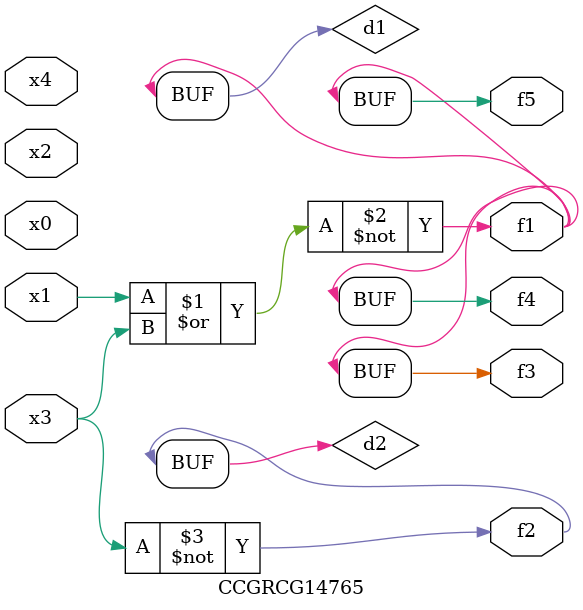
<source format=v>
module CCGRCG14765(
	input x0, x1, x2, x3, x4,
	output f1, f2, f3, f4, f5
);

	wire d1, d2;

	nor (d1, x1, x3);
	not (d2, x3);
	assign f1 = d1;
	assign f2 = d2;
	assign f3 = d1;
	assign f4 = d1;
	assign f5 = d1;
endmodule

</source>
